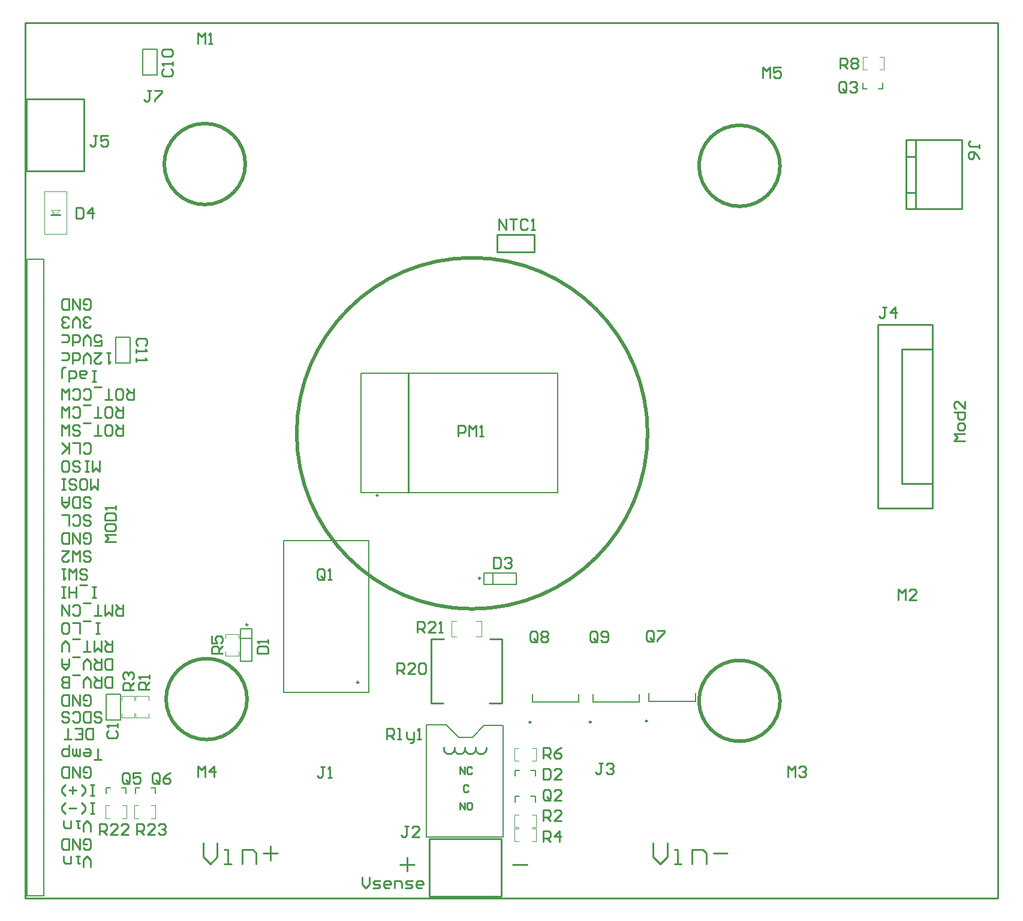
<source format=gto>
G04*
G04 #@! TF.GenerationSoftware,Altium Limited,CircuitStudio,1.5.2 (1.5.2.30)*
G04*
G04 Layer_Color=15065295*
%FSLAX44Y44*%
%MOMM*%
G71*
G01*
G75*
%ADD26C,0.2540*%
%ADD27C,0.5000*%
%ADD28C,0.2500*%
%ADD46C,0.2000*%
%ADD47C,0.2032*%
%ADD48C,0.1000*%
%ADD49C,0.1016*%
D26*
X2192698Y1673500D02*
G03*
X2207698Y1673500I7500J-1667D01*
G01*
X2207698D02*
G03*
X2222698Y1673500I7500J-1667D01*
G01*
X2222698D02*
G03*
X2237698Y1673500I7500J-1667D01*
G01*
X2237698D02*
G03*
X2252698Y1673500I7500J-1667D01*
G01*
X2172298Y1463500D02*
X2273898D01*
X2172298D02*
Y1544500D01*
X2273898D01*
Y1463360D02*
Y1544500D01*
X1603500Y2487300D02*
Y2588900D01*
X1684500D01*
Y2487300D02*
Y2588900D01*
X1603360Y2487300D02*
X1684500D01*
X2844750Y2530750D02*
X2924000D01*
Y2433500D02*
Y2530750D01*
X2845250Y2433500D02*
X2924000D01*
X2844750Y2434000D02*
X2845250Y2433500D01*
X2844750Y2434000D02*
Y2530750D01*
X2859000Y2434000D02*
Y2530750D01*
X2844900Y2507400D02*
X2859000D01*
X2844750Y2507250D02*
X2844900Y2507400D01*
X2844850Y2456600D02*
X2859000D01*
X2844750Y2456500D02*
X2844850Y2456600D01*
X2142400Y2033280D02*
Y2202190D01*
X2268000Y2373250D02*
X2320500D01*
X2268000D02*
Y2397750D01*
X2320500D01*
Y2373250D02*
Y2397750D01*
X2112000Y1685750D02*
Y1700985D01*
X2119617D01*
X2122157Y1698446D01*
Y1693367D01*
X2119617Y1690828D01*
X2112000D01*
X2117078D02*
X2122157Y1685750D01*
X2127235D02*
X2132313D01*
X2129774D01*
Y1700985D01*
X2127235D01*
X2139931Y1695907D02*
Y1688289D01*
X2142470Y1685750D01*
X2150087D01*
Y1683211D01*
X2147548Y1680672D01*
X2145009D01*
X2150087Y1685750D02*
Y1695907D01*
X2155166Y1685750D02*
X2160244D01*
X2157705D01*
Y1700985D01*
X2155166Y1698446D01*
X1759000Y1551000D02*
Y1566235D01*
X1766617D01*
X1769157Y1563696D01*
Y1558617D01*
X1766617Y1556078D01*
X1759000D01*
X1764078D02*
X1769157Y1551000D01*
X1784392D02*
X1774235D01*
X1784392Y1561157D01*
Y1563696D01*
X1781853Y1566235D01*
X1776774D01*
X1774235Y1563696D01*
X1789470D02*
X1792009Y1566235D01*
X1797088D01*
X1799627Y1563696D01*
Y1561157D01*
X1797088Y1558617D01*
X1794548D01*
X1797088D01*
X1799627Y1556078D01*
Y1553539D01*
X1797088Y1551000D01*
X1792009D01*
X1789470Y1553539D01*
X1706500Y1551000D02*
Y1566235D01*
X1714117D01*
X1716657Y1563696D01*
Y1558617D01*
X1714117Y1556078D01*
X1706500D01*
X1711578D02*
X1716657Y1551000D01*
X1731892D02*
X1721735D01*
X1731892Y1561157D01*
Y1563696D01*
X1729353Y1566235D01*
X1724274D01*
X1721735Y1563696D01*
X1747127Y1551000D02*
X1736970D01*
X1747127Y1561157D01*
Y1563696D01*
X1744588Y1566235D01*
X1739509D01*
X1736970Y1563696D01*
X2155000Y1836000D02*
Y1851235D01*
X2162617D01*
X2165157Y1848696D01*
Y1843617D01*
X2162617Y1841078D01*
X2155000D01*
X2160078D02*
X2165157Y1836000D01*
X2180392D02*
X2170235D01*
X2180392Y1846157D01*
Y1848696D01*
X2177852Y1851235D01*
X2172774D01*
X2170235Y1848696D01*
X2185470Y1836000D02*
X2190548D01*
X2188009D01*
Y1851235D01*
X2185470Y1848696D01*
X2126500Y1777500D02*
Y1792735D01*
X2134117D01*
X2136657Y1790196D01*
Y1785117D01*
X2134117Y1782578D01*
X2126500D01*
X2131578D02*
X2136657Y1777500D01*
X2151892D02*
X2141735D01*
X2151892Y1787657D01*
Y1790196D01*
X2149353Y1792735D01*
X2144274D01*
X2141735Y1790196D01*
X2156970D02*
X2159509Y1792735D01*
X2164588D01*
X2167127Y1790196D01*
Y1780039D01*
X2164588Y1777500D01*
X2159509D01*
X2156970Y1780039D01*
Y1790196D01*
X2332861Y1658250D02*
Y1673485D01*
X2340479D01*
X2343018Y1670946D01*
Y1665867D01*
X2340479Y1663328D01*
X2332861D01*
X2337939D02*
X2343018Y1658250D01*
X2358253Y1673485D02*
X2353174Y1670946D01*
X2348096Y1665867D01*
Y1660789D01*
X2350635Y1658250D01*
X2355714D01*
X2358253Y1660789D01*
Y1663328D01*
X2355714Y1665867D01*
X2348096D01*
X1880000Y1806000D02*
X1864765D01*
Y1813617D01*
X1867304Y1816157D01*
X1872382D01*
X1874922Y1813617D01*
Y1806000D01*
Y1811078D02*
X1880000Y1816157D01*
X1864765Y1831392D02*
Y1821235D01*
X1872382D01*
X1869843Y1826313D01*
Y1828853D01*
X1872382Y1831392D01*
X1877461D01*
X1880000Y1828853D01*
Y1823774D01*
X1877461Y1821235D01*
X2332861Y1540500D02*
Y1555735D01*
X2340479D01*
X2343018Y1553196D01*
Y1548117D01*
X2340479Y1545578D01*
X2332861D01*
X2337939D02*
X2343018Y1540500D01*
X2355714D02*
Y1555735D01*
X2348096Y1548117D01*
X2358253D01*
X1754500Y1755000D02*
X1739265D01*
Y1762617D01*
X1741804Y1765157D01*
X1746882D01*
X1749422Y1762617D01*
Y1755000D01*
Y1760078D02*
X1754500Y1765157D01*
X1741804Y1770235D02*
X1739265Y1772774D01*
Y1777852D01*
X1741804Y1780392D01*
X1744343D01*
X1746882Y1777852D01*
Y1775313D01*
Y1777852D01*
X1749422Y1780392D01*
X1751961D01*
X1754500Y1777852D01*
Y1772774D01*
X1751961Y1770235D01*
X2332861Y1569937D02*
Y1585172D01*
X2340479D01*
X2343018Y1582633D01*
Y1577555D01*
X2340479Y1575016D01*
X2332861D01*
X2337939D02*
X2343018Y1569937D01*
X2358253D02*
X2348096D01*
X2358253Y1580094D01*
Y1582633D01*
X2355714Y1585172D01*
X2350635D01*
X2348096Y1582633D01*
X1776500Y1756000D02*
X1761265D01*
Y1763617D01*
X1763804Y1766157D01*
X1768882D01*
X1771422Y1763617D01*
Y1756000D01*
Y1761078D02*
X1776500Y1766157D01*
Y1771235D02*
Y1776313D01*
Y1773774D01*
X1761265D01*
X1763804Y1771235D01*
X2409200Y1824736D02*
Y1834893D01*
X2406661Y1837432D01*
X2401583D01*
X2399043Y1834893D01*
Y1824736D01*
X2401583Y1822197D01*
X2406661D01*
X2404122Y1827276D02*
X2409200Y1822197D01*
X2406661D02*
X2409200Y1824736D01*
X2414279D02*
X2416818Y1822197D01*
X2421896D01*
X2424435Y1824736D01*
Y1834893D01*
X2421896Y1837432D01*
X2416818D01*
X2414279Y1834893D01*
Y1832354D01*
X2416818Y1829815D01*
X2424435D01*
X2324200Y1824736D02*
Y1834893D01*
X2321661Y1837432D01*
X2316583D01*
X2314044Y1834893D01*
Y1824736D01*
X2316583Y1822197D01*
X2321661D01*
X2319122Y1827276D02*
X2324200Y1822197D01*
X2321661D02*
X2324200Y1824736D01*
X2329279Y1834893D02*
X2331818Y1837432D01*
X2336896D01*
X2339435Y1834893D01*
Y1832354D01*
X2336896Y1829815D01*
X2339435Y1827276D01*
Y1824736D01*
X2336896Y1822197D01*
X2331818D01*
X2329279Y1824736D01*
Y1827276D01*
X2331818Y1829815D01*
X2329279Y1832354D01*
Y1834893D01*
X2331818Y1829815D02*
X2336896D01*
X2488708Y1826246D02*
Y1836403D01*
X2486169Y1838942D01*
X2481090D01*
X2478551Y1836403D01*
Y1826246D01*
X2481090Y1823707D01*
X2486169D01*
X2483629Y1828785D02*
X2488708Y1823707D01*
X2486169D02*
X2488708Y1826246D01*
X2493786Y1838942D02*
X2503943D01*
Y1836403D01*
X2493786Y1826246D01*
Y1823707D01*
X1791157Y1625289D02*
Y1635446D01*
X1788617Y1637985D01*
X1783539D01*
X1781000Y1635446D01*
Y1625289D01*
X1783539Y1622750D01*
X1788617D01*
X1786078Y1627828D02*
X1791157Y1622750D01*
X1788617D02*
X1791157Y1625289D01*
X1806392Y1637985D02*
X1801313Y1635446D01*
X1796235Y1630367D01*
Y1625289D01*
X1798774Y1622750D01*
X1803853D01*
X1806392Y1625289D01*
Y1627828D01*
X1803853Y1630367D01*
X1796235D01*
X1748407Y1625289D02*
Y1635446D01*
X1745867Y1637985D01*
X1740789D01*
X1738250Y1635446D01*
Y1625289D01*
X1740789Y1622750D01*
X1745867D01*
X1743328Y1627828D02*
X1748407Y1622750D01*
X1745867D02*
X1748407Y1625289D01*
X1763642Y1637985D02*
X1753485D01*
Y1630367D01*
X1758563Y1632907D01*
X1761102D01*
X1763642Y1630367D01*
Y1625289D01*
X1761102Y1622750D01*
X1756024D01*
X1753485Y1625289D01*
X2343018Y1601914D02*
Y1612071D01*
X2340479Y1614610D01*
X2335400D01*
X2332861Y1612071D01*
Y1601914D01*
X2335400Y1599375D01*
X2340479D01*
X2337939Y1604453D02*
X2343018Y1599375D01*
X2340479D02*
X2343018Y1601914D01*
X2358253Y1599375D02*
X2348096D01*
X2358253Y1609532D01*
Y1612071D01*
X2355714Y1614610D01*
X2350635D01*
X2348096Y1612071D01*
X2024157Y1913289D02*
Y1923446D01*
X2021617Y1925985D01*
X2016539D01*
X2014000Y1923446D01*
Y1913289D01*
X2016539Y1910750D01*
X2021617D01*
X2019078Y1915828D02*
X2024157Y1910750D01*
X2021617D02*
X2024157Y1913289D01*
X2029235Y1910750D02*
X2034313D01*
X2031774D01*
Y1925985D01*
X2029235Y1923446D01*
X2212750Y2113250D02*
Y2128485D01*
X2220367D01*
X2222907Y2125946D01*
Y2120867D01*
X2220367Y2118328D01*
X2212750D01*
X2227985Y2113250D02*
Y2128485D01*
X2233063Y2123407D01*
X2238142Y2128485D01*
Y2113250D01*
X2243220D02*
X2248298D01*
X2245759D01*
Y2128485D01*
X2243220Y2125946D01*
X2270000Y2403750D02*
Y2418985D01*
X2280157Y2403750D01*
Y2418985D01*
X2285235D02*
X2295392D01*
X2290313D01*
Y2403750D01*
X2310627Y2416446D02*
X2308088Y2418985D01*
X2303009D01*
X2300470Y2416446D01*
Y2406289D01*
X2303009Y2403750D01*
X2308088D01*
X2310627Y2406289D01*
X2315705Y2403750D02*
X2320783D01*
X2318244D01*
Y2418985D01*
X2315705Y2416446D01*
X1729250Y1964000D02*
X1714015D01*
X1719093Y1969078D01*
X1714015Y1974157D01*
X1729250D01*
X1714015Y1986853D02*
Y1981774D01*
X1716554Y1979235D01*
X1726711D01*
X1729250Y1981774D01*
Y1986853D01*
X1726711Y1989392D01*
X1716554D01*
X1714015Y1986853D01*
Y1994470D02*
X1729250D01*
Y2002088D01*
X1726711Y2004627D01*
X1716554D01*
X1714015Y2002088D01*
Y1994470D01*
X1729250Y2009705D02*
Y2014783D01*
Y2012244D01*
X1714015D01*
X1716554Y2009705D01*
X2642500Y2618250D02*
Y2633485D01*
X2647578Y2628407D01*
X2652657Y2633485D01*
Y2618250D01*
X2667892Y2633485D02*
X2657735D01*
Y2625867D01*
X2662813Y2628407D01*
X2665352D01*
X2667892Y2625867D01*
Y2620789D01*
X2665352Y2618250D01*
X2660274D01*
X2657735Y2620789D01*
X1845639Y1632021D02*
Y1647256D01*
X1850717Y1642178D01*
X1855796Y1647256D01*
Y1632021D01*
X1868492D02*
Y1647256D01*
X1860874Y1639639D01*
X1871031D01*
X2678139Y1632021D02*
Y1647256D01*
X2683217Y1642178D01*
X2688296Y1647256D01*
Y1632021D01*
X2693374Y1644717D02*
X2695913Y1647256D01*
X2700992D01*
X2703531Y1644717D01*
Y1642178D01*
X2700992Y1639639D01*
X2698452D01*
X2700992D01*
X2703531Y1637099D01*
Y1634560D01*
X2700992Y1632021D01*
X2695913D01*
X2693374Y1634560D01*
X2834250Y1881500D02*
Y1896735D01*
X2839328Y1891657D01*
X2844407Y1896735D01*
Y1881500D01*
X2859642D02*
X2849485D01*
X2859642Y1891657D01*
Y1894196D01*
X2857102Y1896735D01*
X2852024D01*
X2849485Y1894196D01*
X1845639Y2667021D02*
Y2682256D01*
X1850717Y2677178D01*
X1855796Y2682256D01*
Y2667021D01*
X1860874D02*
X1865952D01*
X1863413D01*
Y2682256D01*
X1860874Y2679717D01*
X1778907Y2600985D02*
X1773828D01*
X1776367D01*
Y2588289D01*
X1773828Y2585750D01*
X1771289D01*
X1768750Y2588289D01*
X1783985Y2600985D02*
X1794142D01*
Y2598446D01*
X1783985Y2588289D01*
Y2585750D01*
X2948202Y2519214D02*
Y2524293D01*
Y2521754D01*
X2935506D01*
X2932967Y2524293D01*
Y2526832D01*
X2935506Y2529371D01*
X2948202Y2503979D02*
X2945663Y2509058D01*
X2940584Y2514136D01*
X2935506D01*
X2932967Y2511597D01*
Y2506518D01*
X2935506Y2503979D01*
X2938045D01*
X2940584Y2506518D01*
Y2514136D01*
X1703157Y2537485D02*
X1698078D01*
X1700617D01*
Y2524789D01*
X1698078Y2522250D01*
X1695539D01*
X1693000Y2524789D01*
X1718392Y2537485D02*
X1708235D01*
Y2529867D01*
X1713313Y2532407D01*
X1715853D01*
X1718392Y2529867D01*
Y2524789D01*
X1715853Y2522250D01*
X1710774D01*
X1708235Y2524789D01*
X2416907Y1651735D02*
X2411828D01*
X2414367D01*
Y1639039D01*
X2411828Y1636500D01*
X2409289D01*
X2406750Y1639039D01*
X2421985Y1649196D02*
X2424524Y1651735D01*
X2429603D01*
X2432142Y1649196D01*
Y1646657D01*
X2429603Y1644117D01*
X2427063D01*
X2429603D01*
X2432142Y1641578D01*
Y1639039D01*
X2429603Y1636500D01*
X2424524D01*
X2421985Y1639039D01*
X2142407Y1562485D02*
X2137328D01*
X2139867D01*
Y1549789D01*
X2137328Y1547250D01*
X2134789D01*
X2132250Y1549789D01*
X2157642Y1547250D02*
X2147485D01*
X2157642Y1557407D01*
Y1559946D01*
X2155103Y1562485D01*
X2150024D01*
X2147485Y1559946D01*
X2023657Y1646485D02*
X2018578D01*
X2021117D01*
Y1633789D01*
X2018578Y1631250D01*
X2016039D01*
X2013500Y1633789D01*
X2028735Y1631250D02*
X2033813D01*
X2031274D01*
Y1646485D01*
X2028735Y1643946D01*
X2263000Y1942235D02*
Y1927000D01*
X2270617D01*
X2273157Y1929539D01*
Y1939696D01*
X2270617Y1942235D01*
X2263000D01*
X2278235Y1939696D02*
X2280774Y1942235D01*
X2285853D01*
X2288392Y1939696D01*
Y1937157D01*
X2285853Y1934617D01*
X2283313D01*
X2285853D01*
X2288392Y1932078D01*
Y1929539D01*
X2285853Y1927000D01*
X2280774D01*
X2278235Y1929539D01*
X2332861Y1644047D02*
Y1628812D01*
X2340479D01*
X2343018Y1631351D01*
Y1641508D01*
X2340479Y1644047D01*
X2332861D01*
X2358253Y1628812D02*
X2348096D01*
X2358253Y1638969D01*
Y1641508D01*
X2355714Y1644047D01*
X2350635D01*
X2348096Y1641508D01*
X1928765Y1806000D02*
X1944000D01*
Y1813617D01*
X1941461Y1816157D01*
X1931304D01*
X1928765Y1813617D01*
Y1806000D01*
X1944000Y1821235D02*
Y1826313D01*
Y1823774D01*
X1928765D01*
X1931304Y1821235D01*
X1719304Y1696907D02*
X1716765Y1694367D01*
Y1689289D01*
X1719304Y1686750D01*
X1729461D01*
X1732000Y1689289D01*
Y1694367D01*
X1729461Y1696907D01*
X1732000Y1701985D02*
Y1707063D01*
Y1704524D01*
X1716765D01*
X1719304Y1701985D01*
X1796804Y2631407D02*
X1794265Y2628867D01*
Y2623789D01*
X1796804Y2621250D01*
X1806961D01*
X1809500Y2623789D01*
Y2628867D01*
X1806961Y2631407D01*
X1809500Y2636485D02*
Y2641563D01*
Y2639024D01*
X1794265D01*
X1796804Y2636485D01*
Y2649181D02*
X1794265Y2651720D01*
Y2656798D01*
X1796804Y2659337D01*
X1806961D01*
X1809500Y2656798D01*
Y2651720D01*
X1806961Y2649181D01*
X1796804D01*
X1771115Y2240726D02*
X1773654Y2243265D01*
Y2248344D01*
X1771115Y2250883D01*
X1760958D01*
X1758419Y2248344D01*
Y2243265D01*
X1760958Y2240726D01*
X1758419Y2235648D02*
Y2230569D01*
Y2233109D01*
X1773654D01*
X1771115Y2235648D01*
X1758419Y2222952D02*
Y2217874D01*
Y2220413D01*
X1773654D01*
X1771115Y2222952D01*
X2817178Y2294538D02*
X2812099D01*
X2814638D01*
Y2281842D01*
X2812099Y2279303D01*
X2809560D01*
X2807021Y2281842D01*
X2829874Y2279303D02*
Y2294538D01*
X2822256Y2286920D01*
X2832413D01*
X2760406Y2600289D02*
Y2610446D01*
X2757867Y2612985D01*
X2752789D01*
X2750250Y2610446D01*
Y2600289D01*
X2752789Y2597750D01*
X2757867D01*
X2755328Y2602828D02*
X2760406Y2597750D01*
X2757867D02*
X2760406Y2600289D01*
X2765485Y2610446D02*
X2768024Y2612985D01*
X2773102D01*
X2775642Y2610446D01*
Y2607906D01*
X2773102Y2605367D01*
X2770563D01*
X2773102D01*
X2775642Y2602828D01*
Y2600289D01*
X2773102Y2597750D01*
X2768024D01*
X2765485Y2600289D01*
X2751750Y2631500D02*
Y2646735D01*
X2759367D01*
X2761907Y2644196D01*
Y2639117D01*
X2759367Y2636578D01*
X2751750D01*
X2756828D02*
X2761907Y2631500D01*
X2766985Y2644196D02*
X2769524Y2646735D01*
X2774602D01*
X2777142Y2644196D01*
Y2641656D01*
X2774602Y2639117D01*
X2777142Y2636578D01*
Y2634039D01*
X2774602Y2631500D01*
X2769524D01*
X2766985Y2634039D01*
Y2636578D01*
X2769524Y2639117D01*
X2766985Y2641656D01*
Y2644196D01*
X2769524Y2639117D02*
X2774602D01*
X2928000Y2106500D02*
X2912765D01*
X2917843Y2111578D01*
X2912765Y2116656D01*
X2928000D01*
Y2124274D02*
Y2129352D01*
X2925461Y2131891D01*
X2920382D01*
X2917843Y2129352D01*
Y2124274D01*
X2920382Y2121735D01*
X2925461D01*
X2928000Y2124274D01*
X2912765Y2147127D02*
X2928000D01*
Y2139509D01*
X2925461Y2136970D01*
X2920382D01*
X2917843Y2139509D01*
Y2147127D01*
X2928000Y2162362D02*
Y2152205D01*
X2917843Y2162362D01*
X2915304D01*
X2912765Y2159823D01*
Y2154744D01*
X2915304Y2152205D01*
X1673750Y2435235D02*
Y2420000D01*
X1681367D01*
X1683907Y2422539D01*
Y2432696D01*
X1681367Y2435235D01*
X1673750D01*
X1696602Y2420000D02*
Y2435235D01*
X1688985Y2427617D01*
X1699142D01*
X1699078Y2241026D02*
X1709235D01*
Y2248644D01*
X1704157Y2246105D01*
X1701618D01*
X1699078Y2248644D01*
Y2253722D01*
X1701618Y2256261D01*
X1706696D01*
X1709235Y2253722D01*
X1694000Y2241026D02*
Y2251183D01*
X1688922Y2256261D01*
X1683843Y2251183D01*
Y2241026D01*
X1668608D02*
Y2256261D01*
X1676226D01*
X1678765Y2253722D01*
Y2248644D01*
X1676226Y2246105D01*
X1668608D01*
X1653373D02*
X1660991D01*
X1663530Y2248644D01*
Y2253722D01*
X1660991Y2256261D01*
X1653373D01*
X1754940Y2180003D02*
Y2164768D01*
X1747323D01*
X1744784Y2167307D01*
Y2172386D01*
X1747323Y2174925D01*
X1754940D01*
X1749862D02*
X1744784Y2180003D01*
X1732088Y2164768D02*
X1737166D01*
X1739705Y2167307D01*
Y2177464D01*
X1737166Y2180003D01*
X1732088D01*
X1729548Y2177464D01*
Y2167307D01*
X1732088Y2164768D01*
X1724470D02*
X1714313D01*
X1719392D01*
Y2180003D01*
X1709235Y2182542D02*
X1699078D01*
X1683843Y2167307D02*
X1686382Y2164768D01*
X1691461D01*
X1694000Y2167307D01*
Y2177464D01*
X1691461Y2180003D01*
X1686382D01*
X1683843Y2177464D01*
X1668608Y2167307D02*
X1671147Y2164768D01*
X1676226D01*
X1678765Y2167307D01*
Y2177464D01*
X1676226Y2180003D01*
X1671147D01*
X1668608Y2177464D01*
X1663530Y2164768D02*
Y2180003D01*
X1658452Y2174925D01*
X1653373Y2180003D01*
Y2164768D01*
X1739705Y2154584D02*
Y2139349D01*
X1732088D01*
X1729548Y2141888D01*
Y2146966D01*
X1732088Y2149505D01*
X1739705D01*
X1734627D02*
X1729548Y2154584D01*
X1716853Y2139349D02*
X1721931D01*
X1724470Y2141888D01*
Y2152045D01*
X1721931Y2154584D01*
X1716853D01*
X1714313Y2152045D01*
Y2141888D01*
X1716853Y2139349D01*
X1709235D02*
X1699078D01*
X1704157D01*
Y2154584D01*
X1694000Y2157123D02*
X1683843D01*
X1668608Y2141888D02*
X1671147Y2139349D01*
X1676226D01*
X1678765Y2141888D01*
Y2152045D01*
X1676226Y2154584D01*
X1671147D01*
X1668608Y2152045D01*
X1663530Y2139349D02*
Y2154584D01*
X1658452Y2149505D01*
X1653373Y2154584D01*
Y2139349D01*
X1739705Y2129164D02*
Y2113929D01*
X1732088D01*
X1729548Y2116469D01*
Y2121547D01*
X1732088Y2124086D01*
X1739705D01*
X1734627D02*
X1729548Y2129164D01*
X1716853Y2113929D02*
X1721931D01*
X1724470Y2116469D01*
Y2126625D01*
X1721931Y2129164D01*
X1716853D01*
X1714314Y2126625D01*
Y2116469D01*
X1716853Y2113929D01*
X1709235D02*
X1699078D01*
X1704157D01*
Y2129164D01*
X1694000Y2131704D02*
X1683843D01*
X1668608Y2116469D02*
X1671147Y2113929D01*
X1676226D01*
X1678765Y2116469D01*
Y2119008D01*
X1676226Y2121547D01*
X1671147D01*
X1668608Y2124086D01*
Y2126625D01*
X1671147Y2129164D01*
X1676226D01*
X1678765Y2126625D01*
X1663530Y2113929D02*
Y2129164D01*
X1658452Y2124086D01*
X1653373Y2129164D01*
Y2113929D01*
X1683843Y2091049D02*
X1686382Y2088510D01*
X1691461D01*
X1694000Y2091049D01*
Y2101206D01*
X1691461Y2103745D01*
X1686382D01*
X1683843Y2101206D01*
X1678765Y2088510D02*
Y2103745D01*
X1668608D01*
X1663530Y2088510D02*
Y2103745D01*
Y2098667D01*
X1653373Y2088510D01*
X1660991Y2096128D01*
X1653373Y2103745D01*
X1706696Y2078326D02*
Y2063091D01*
X1701618Y2068169D01*
X1696539Y2063091D01*
Y2078326D01*
X1691461Y2063091D02*
X1686382D01*
X1688922D01*
Y2078326D01*
X1691461D01*
X1686382D01*
X1668608Y2065630D02*
X1671147Y2063091D01*
X1676226D01*
X1678765Y2065630D01*
Y2068169D01*
X1676226Y2070708D01*
X1671147D01*
X1668608Y2073247D01*
Y2075787D01*
X1671147Y2078326D01*
X1676226D01*
X1678765Y2075787D01*
X1655912Y2063091D02*
X1660991D01*
X1663530Y2065630D01*
Y2075787D01*
X1660991Y2078326D01*
X1655912D01*
X1653373Y2075787D01*
Y2065630D01*
X1655912Y2063091D01*
X1683843Y1963952D02*
X1686382Y1961413D01*
X1691461D01*
X1694000Y1963952D01*
Y1974109D01*
X1691461Y1976648D01*
X1686382D01*
X1683843Y1974109D01*
Y1969031D01*
X1688922D01*
X1678765Y1976648D02*
Y1961413D01*
X1668608Y1976648D01*
Y1961413D01*
X1663530D02*
Y1976648D01*
X1655912D01*
X1653373Y1974109D01*
Y1963952D01*
X1655912Y1961413D01*
X1663530D01*
X1683843Y1938533D02*
X1686382Y1935994D01*
X1691461D01*
X1694000Y1938533D01*
Y1941072D01*
X1691461Y1943611D01*
X1686382D01*
X1683843Y1946151D01*
Y1948690D01*
X1686382Y1951229D01*
X1691461D01*
X1694000Y1948690D01*
X1678765Y1935994D02*
Y1951229D01*
X1673687Y1946151D01*
X1668608Y1951229D01*
Y1935994D01*
X1653373Y1951229D02*
X1663530D01*
X1653373Y1941072D01*
Y1938533D01*
X1655912Y1935994D01*
X1660991D01*
X1663530Y1938533D01*
X1678765Y1913114D02*
X1681304Y1910575D01*
X1686382D01*
X1688922Y1913114D01*
Y1915653D01*
X1686382Y1918192D01*
X1681304D01*
X1678765Y1920731D01*
Y1923270D01*
X1681304Y1925810D01*
X1686382D01*
X1688922Y1923270D01*
X1673687Y1910575D02*
Y1925810D01*
X1668608Y1920731D01*
X1663530Y1925810D01*
Y1910575D01*
X1658452Y1925810D02*
X1653373D01*
X1655912D01*
Y1910575D01*
X1658452Y1913114D01*
X1699093Y1711554D02*
X1701632Y1709015D01*
X1706711D01*
X1709250Y1711554D01*
Y1714093D01*
X1706711Y1716632D01*
X1701632D01*
X1699093Y1719171D01*
Y1721711D01*
X1701632Y1724250D01*
X1706711D01*
X1709250Y1721711D01*
X1694015Y1709015D02*
Y1724250D01*
X1686397D01*
X1683858Y1721711D01*
Y1711554D01*
X1686397Y1709015D01*
X1694015D01*
X1668623Y1711554D02*
X1671162Y1709015D01*
X1676241D01*
X1678780Y1711554D01*
Y1721711D01*
X1676241Y1724250D01*
X1671162D01*
X1668623Y1721711D01*
X1653388Y1711554D02*
X1655927Y1709015D01*
X1661006D01*
X1663545Y1711554D01*
Y1714093D01*
X1661006Y1716632D01*
X1655927D01*
X1653388Y1719171D01*
Y1721711D01*
X1655927Y1724250D01*
X1661006D01*
X1663545Y1721711D01*
X1697250Y1685015D02*
Y1700250D01*
X1689632D01*
X1687093Y1697711D01*
Y1687554D01*
X1689632Y1685015D01*
X1697250D01*
X1671858D02*
X1682015D01*
Y1700250D01*
X1671858D01*
X1682015Y1692632D02*
X1676936D01*
X1666780Y1685015D02*
X1656623D01*
X1661701D01*
Y1700250D01*
X1693500Y1504765D02*
Y1514922D01*
X1688421Y1520000D01*
X1683343Y1514922D01*
Y1504765D01*
X1678265Y1520000D02*
X1673186D01*
X1675726D01*
Y1509843D01*
X1678265D01*
X1665569Y1520000D02*
Y1509843D01*
X1657951D01*
X1655412Y1512382D01*
Y1520000D01*
X1693750Y1554765D02*
Y1564922D01*
X1688672Y1570000D01*
X1683593Y1564922D01*
Y1554765D01*
X1678515Y1570000D02*
X1673436D01*
X1675976D01*
Y1559843D01*
X1678515D01*
X1665819Y1570000D02*
Y1559843D01*
X1658201D01*
X1655662Y1562382D01*
Y1570000D01*
X1683843Y1531823D02*
X1686382Y1529284D01*
X1691461D01*
X1694000Y1531823D01*
Y1541980D01*
X1691461Y1544519D01*
X1686382D01*
X1683843Y1541980D01*
Y1536902D01*
X1688922D01*
X1678765Y1544519D02*
Y1529284D01*
X1668608Y1544519D01*
Y1529284D01*
X1663530D02*
Y1544519D01*
X1655912D01*
X1653373Y1541980D01*
Y1531823D01*
X1655912Y1529284D01*
X1663530D01*
X1683843Y1735178D02*
X1686382Y1732639D01*
X1691461D01*
X1694000Y1735178D01*
Y1745335D01*
X1691461Y1747874D01*
X1686382D01*
X1683843Y1745335D01*
Y1740257D01*
X1688922D01*
X1678765Y1747874D02*
Y1732639D01*
X1668608Y1747874D01*
Y1732639D01*
X1663530D02*
Y1747874D01*
X1655912D01*
X1653373Y1745335D01*
Y1735178D01*
X1655912Y1732639D01*
X1663530D01*
X1699078Y1580123D02*
X1694000D01*
X1696539D01*
Y1595358D01*
X1699078D01*
X1694000D01*
X1681304D02*
X1686382Y1590280D01*
Y1585201D01*
X1681304Y1580123D01*
X1673687Y1587740D02*
X1663530D01*
X1658452Y1595358D02*
X1653373Y1590280D01*
Y1585201D01*
X1658452Y1580123D01*
X1699078Y1605542D02*
X1694000D01*
X1696539D01*
Y1620777D01*
X1699078D01*
X1694000D01*
X1681304D02*
X1686382Y1615699D01*
Y1610621D01*
X1681304Y1605542D01*
X1673687Y1613160D02*
X1663530D01*
X1668608Y1608082D02*
Y1618238D01*
X1658452Y1620777D02*
X1653373Y1615699D01*
Y1610621D01*
X1658452Y1605542D01*
X1683843Y1633501D02*
X1686382Y1630962D01*
X1691461D01*
X1694000Y1633501D01*
Y1643658D01*
X1691461Y1646197D01*
X1686382D01*
X1683843Y1643658D01*
Y1638579D01*
X1688922D01*
X1678765Y1646197D02*
Y1630962D01*
X1668608Y1646197D01*
Y1630962D01*
X1663530D02*
Y1646197D01*
X1655912D01*
X1653373Y1643658D01*
Y1633501D01*
X1655912Y1630962D01*
X1663530D01*
X1724470Y1783478D02*
Y1798713D01*
X1716853D01*
X1714314Y1796174D01*
Y1786017D01*
X1716853Y1783478D01*
X1724470D01*
X1709235Y1798713D02*
Y1783478D01*
X1701618D01*
X1699078Y1786017D01*
Y1791095D01*
X1701618Y1793634D01*
X1709235D01*
X1704157D02*
X1699078Y1798713D01*
X1694000Y1783478D02*
Y1793634D01*
X1688922Y1798713D01*
X1683843Y1793634D01*
Y1783478D01*
X1678765Y1801252D02*
X1668608D01*
X1663530Y1798713D02*
Y1788556D01*
X1658452Y1783478D01*
X1653373Y1788556D01*
Y1798713D01*
Y1791095D01*
X1663530D01*
X1724470Y1758058D02*
Y1773293D01*
X1716853D01*
X1714314Y1770754D01*
Y1760598D01*
X1716853Y1758058D01*
X1724470D01*
X1709235Y1773293D02*
Y1758058D01*
X1701618D01*
X1699078Y1760598D01*
Y1765676D01*
X1701618Y1768215D01*
X1709235D01*
X1704157D02*
X1699078Y1773293D01*
X1694000Y1758058D02*
Y1768215D01*
X1688922Y1773293D01*
X1683843Y1768215D01*
Y1758058D01*
X1678765Y1775833D02*
X1668608D01*
X1663530Y1758058D02*
Y1773293D01*
X1655912D01*
X1653373Y1770754D01*
Y1768215D01*
X1655912Y1765676D01*
X1663530D01*
X1655912D01*
X1653373Y1763137D01*
Y1760598D01*
X1655912Y1758058D01*
X1663530D01*
X1724470Y1824132D02*
Y1808897D01*
X1716853D01*
X1714313Y1811436D01*
Y1816515D01*
X1716853Y1819054D01*
X1724470D01*
X1719392D02*
X1714313Y1824132D01*
X1709235D02*
Y1808897D01*
X1704157Y1813976D01*
X1699078Y1808897D01*
Y1824132D01*
X1694000Y1808897D02*
X1683843D01*
X1688922D01*
Y1824132D01*
X1678765Y1826671D02*
X1668608D01*
X1663530Y1808897D02*
Y1819054D01*
X1658452Y1824132D01*
X1653373Y1819054D01*
Y1808897D01*
X1709235Y1656381D02*
X1699078D01*
X1704157D01*
Y1671616D01*
X1686382D02*
X1691461D01*
X1694000Y1669077D01*
Y1663999D01*
X1691461Y1661459D01*
X1686382D01*
X1683843Y1663999D01*
Y1666538D01*
X1694000D01*
X1678765Y1671616D02*
Y1661459D01*
X1676226D01*
X1673687Y1663999D01*
Y1671616D01*
Y1663999D01*
X1671147Y1661459D01*
X1668608Y1663999D01*
Y1671616D01*
X1663530Y1676694D02*
Y1661459D01*
X1655912D01*
X1653373Y1663999D01*
Y1669077D01*
X1655912Y1671616D01*
X1663530D01*
X1701618Y1885155D02*
X1696539D01*
X1699078D01*
Y1900390D01*
X1701618D01*
X1696539D01*
X1688922Y1902930D02*
X1678765D01*
X1673687Y1885155D02*
Y1900390D01*
Y1892773D01*
X1663530D01*
Y1885155D01*
Y1900390D01*
X1658452Y1885155D02*
X1653373D01*
X1655912D01*
Y1900390D01*
X1658452D01*
X1653373D01*
X1739705Y1874971D02*
Y1859736D01*
X1732088D01*
X1729548Y1862275D01*
Y1867353D01*
X1732088Y1869893D01*
X1739705D01*
X1734627D02*
X1729548Y1874971D01*
X1724470D02*
Y1859736D01*
X1719392Y1864814D01*
X1714313Y1859736D01*
Y1874971D01*
X1709235Y1859736D02*
X1699078D01*
X1704157D01*
Y1874971D01*
X1694000Y1877510D02*
X1683843D01*
X1668608Y1862275D02*
X1671147Y1859736D01*
X1676226D01*
X1678765Y1862275D01*
Y1872432D01*
X1676226Y1874971D01*
X1671147D01*
X1668608Y1872432D01*
X1663530Y1874971D02*
Y1859736D01*
X1653373Y1874971D01*
Y1859736D01*
X1706696Y1834317D02*
X1701618D01*
X1704157D01*
Y1849552D01*
X1706696D01*
X1701618D01*
X1694000Y1852091D02*
X1683843D01*
X1678765Y1834317D02*
Y1849552D01*
X1668608D01*
X1655912Y1834317D02*
X1660991D01*
X1663530Y1836856D01*
Y1847012D01*
X1660991Y1849552D01*
X1655912D01*
X1653373Y1847012D01*
Y1836856D01*
X1655912Y1834317D01*
X1683843Y1989372D02*
X1686382Y1986833D01*
X1691461D01*
X1694000Y1989372D01*
Y1991911D01*
X1691461Y1994450D01*
X1686382D01*
X1683843Y1996989D01*
Y1999529D01*
X1686382Y2002068D01*
X1691461D01*
X1694000Y1999529D01*
X1668608Y1989372D02*
X1671147Y1986833D01*
X1676226D01*
X1678765Y1989372D01*
Y1999529D01*
X1676226Y2002068D01*
X1671147D01*
X1668608Y1999529D01*
X1663530Y1986833D02*
Y2002068D01*
X1653373D01*
X1683843Y2014791D02*
X1686382Y2012252D01*
X1691461D01*
X1694000Y2014791D01*
Y2017330D01*
X1691461Y2019870D01*
X1686382D01*
X1683843Y2022409D01*
Y2024948D01*
X1686382Y2027487D01*
X1691461D01*
X1694000Y2024948D01*
X1678765Y2012252D02*
Y2027487D01*
X1671147D01*
X1668608Y2024948D01*
Y2014791D01*
X1671147Y2012252D01*
X1678765D01*
X1663530Y2027487D02*
Y2017330D01*
X1658452Y2012252D01*
X1653373Y2017330D01*
Y2027487D01*
Y2019870D01*
X1663530D01*
X1704157Y2052906D02*
Y2037671D01*
X1699078Y2042750D01*
X1694000Y2037671D01*
Y2052906D01*
X1681304Y2037671D02*
X1686382D01*
X1688922Y2040211D01*
Y2050367D01*
X1686382Y2052906D01*
X1681304D01*
X1678765Y2050367D01*
Y2040211D01*
X1681304Y2037671D01*
X1663530Y2040211D02*
X1666069Y2037671D01*
X1671147D01*
X1673687Y2040211D01*
Y2042750D01*
X1671147Y2045289D01*
X1666069D01*
X1663530Y2047828D01*
Y2050367D01*
X1666069Y2052906D01*
X1671147D01*
X1673687Y2050367D01*
X1658452Y2037671D02*
X1653373D01*
X1655912D01*
Y2052906D01*
X1658452D01*
X1653373D01*
X1721931Y2230842D02*
X1716853D01*
X1719392D01*
Y2215607D01*
X1721931Y2218146D01*
X1699078Y2230842D02*
X1709235D01*
X1699078Y2220685D01*
Y2218146D01*
X1701618Y2215607D01*
X1706696D01*
X1709235Y2218146D01*
X1694000Y2215607D02*
Y2225764D01*
X1688922Y2230842D01*
X1683843Y2225764D01*
Y2215607D01*
X1668608D02*
Y2230842D01*
X1676226D01*
X1678765Y2228303D01*
Y2223224D01*
X1676226Y2220685D01*
X1668608D01*
X1653373D02*
X1660991D01*
X1663530Y2223224D01*
Y2228303D01*
X1660991Y2230842D01*
X1653373D01*
X1701617Y2190188D02*
X1696539D01*
X1699078D01*
Y2205423D01*
X1701617D01*
X1696539D01*
X1686382Y2195266D02*
X1681304D01*
X1678765Y2197805D01*
Y2205423D01*
X1686382D01*
X1688922Y2202883D01*
X1686382Y2200344D01*
X1678765D01*
X1663530Y2190188D02*
Y2205423D01*
X1671147D01*
X1673687Y2202883D01*
Y2197805D01*
X1671147Y2195266D01*
X1663530D01*
X1658452Y2210501D02*
X1655912D01*
X1653373Y2207962D01*
Y2195266D01*
X1694000Y2268985D02*
X1691461Y2266445D01*
X1686382D01*
X1683843Y2268985D01*
Y2271524D01*
X1686382Y2274063D01*
X1688922D01*
X1686382D01*
X1683843Y2276602D01*
Y2279141D01*
X1686382Y2281681D01*
X1691461D01*
X1694000Y2279141D01*
X1678765Y2266445D02*
Y2276602D01*
X1673687Y2281681D01*
X1668608Y2276602D01*
Y2266445D01*
X1663530Y2268985D02*
X1660991Y2266445D01*
X1655912D01*
X1653373Y2268985D01*
Y2271524D01*
X1655912Y2274063D01*
X1658452D01*
X1655912D01*
X1653373Y2276602D01*
Y2279141D01*
X1655912Y2281681D01*
X1660991D01*
X1663530Y2279141D01*
X1683843Y2294404D02*
X1686382Y2291865D01*
X1691461D01*
X1694000Y2294404D01*
Y2304561D01*
X1691461Y2307100D01*
X1686382D01*
X1683843Y2304561D01*
Y2299482D01*
X1688922D01*
X1678765Y2307100D02*
Y2291865D01*
X1668608Y2307100D01*
Y2291865D01*
X1663530D02*
Y2307100D01*
X1655912D01*
X1653373Y2304561D01*
Y2294404D01*
X1655912Y2291865D01*
X1663530D01*
X2215198Y1636000D02*
Y1645997D01*
X2221862Y1636000D01*
Y1645997D01*
X2231859Y1644331D02*
X2230193Y1645997D01*
X2226861D01*
X2225195Y1644331D01*
Y1637666D01*
X2226861Y1636000D01*
X2230193D01*
X2231859Y1637666D01*
X2215198Y1586000D02*
Y1595997D01*
X2221862Y1586000D01*
Y1595997D01*
X2230193D02*
X2226861D01*
X2225195Y1594331D01*
Y1587666D01*
X2226861Y1586000D01*
X2230193D01*
X2231859Y1587666D01*
Y1594331D01*
X2230193Y1595997D01*
X2226862Y1619331D02*
X2225196Y1620997D01*
X2221864D01*
X2220198Y1619331D01*
Y1612666D01*
X2221864Y1611000D01*
X2225196D01*
X2226862Y1612666D01*
X1852750Y1539240D02*
Y1519247D01*
X1862747Y1509250D01*
X1872743Y1519247D01*
Y1539240D01*
X1882740Y1509250D02*
X1892737D01*
X1887738D01*
Y1529243D01*
X1882740D01*
X1907732Y1509250D02*
Y1529243D01*
X1922727D01*
X1927726Y1524245D01*
Y1509250D01*
X1937722Y1524245D02*
X1957716D01*
X1947719Y1534242D02*
Y1514248D01*
X2488000Y1539240D02*
Y1519247D01*
X2497997Y1509250D01*
X2507993Y1519247D01*
Y1539240D01*
X2517990Y1509250D02*
X2527987D01*
X2522988D01*
Y1529243D01*
X2517990D01*
X2542982Y1509250D02*
Y1529243D01*
X2557977D01*
X2562975Y1524245D01*
Y1509250D01*
X2572972Y1524245D02*
X2592966D01*
X2077500Y1490735D02*
Y1480578D01*
X2082578Y1475500D01*
X2087657Y1480578D01*
Y1490735D01*
X2092735Y1475500D02*
X2100352D01*
X2102892Y1478039D01*
X2100352Y1480578D01*
X2095274D01*
X2092735Y1483117D01*
X2095274Y1485657D01*
X2102892D01*
X2115587Y1475500D02*
X2110509D01*
X2107970Y1478039D01*
Y1483117D01*
X2110509Y1485657D01*
X2115587D01*
X2118127Y1483117D01*
Y1480578D01*
X2107970D01*
X2123205Y1475500D02*
Y1485657D01*
X2130823D01*
X2133362Y1483117D01*
Y1475500D01*
X2138440D02*
X2146058D01*
X2148597Y1478039D01*
X2146058Y1480578D01*
X2140979D01*
X2138440Y1483117D01*
X2140979Y1485657D01*
X2148597D01*
X2161293Y1475500D02*
X2156214D01*
X2153675Y1478039D01*
Y1483117D01*
X2156214Y1485657D01*
X2161293D01*
X2163832Y1483117D01*
Y1480578D01*
X2153675D01*
X2290000Y1508745D02*
X2309993D01*
X2130750D02*
X2150743D01*
X2140747Y1518742D02*
Y1498748D01*
D27*
X2667173Y2494500D02*
G03*
X2667173Y2494500I-57174J0D01*
G01*
X1912174Y2497000D02*
G03*
X1912174Y2497000I-57174J0D01*
G01*
X2667173Y1739500D02*
G03*
X2667173Y1739500I-57174J0D01*
G01*
X1914674Y1742000D02*
G03*
X1914674Y1742000I-57174J0D01*
G01*
X2480212Y2117000D02*
G03*
X2480212Y2117000I-247712J0D01*
G01*
D28*
X2244000Y1912500D02*
G03*
X2244000Y1912500I-1250J0D01*
G01*
X2479850Y1711000D02*
G03*
X2479850Y1711000I-1250J0D01*
G01*
X2315343Y1709490D02*
G03*
X2315343Y1709490I-1250J0D01*
G01*
X2400343D02*
G03*
X2400343Y1709490I-1250J0D01*
G01*
X1915750Y1847000D02*
G03*
X1915750Y1847000I-1250J0D01*
G01*
X2072250Y1765500D02*
G03*
X2072250Y1765500I-1250J0D01*
G01*
X2099650Y2029600D02*
G03*
X2099650Y2029600I-1250J0D01*
G01*
X2174500Y1826500D02*
X2192500D01*
X2174500Y1736500D02*
Y1826500D01*
Y1736500D02*
X2191500D01*
X2257500Y1826500D02*
X2274500D01*
Y1736500D02*
Y1826500D01*
X2256500Y1736500D02*
X2274500D01*
X2805750Y2011000D02*
X2882500D01*
Y2270500D01*
X2805750D02*
X2882500D01*
X2805750Y2011000D02*
Y2270500D01*
X2839500Y2046000D02*
X2882250D01*
X2839500D02*
Y2236000D01*
X2882250D01*
X1637650Y2425540D02*
X1644000D01*
X1650350D01*
X1601500Y1461000D02*
X2974500Y1461000D01*
Y2696000D01*
X1601500D02*
X2974500D01*
X1601500Y1461000D02*
Y2696000D01*
D46*
X1628000Y1464100D02*
Y2363000D01*
X1604000D02*
X1628000D01*
X1604000Y1464100D02*
Y2363000D01*
Y1464100D02*
X1628000D01*
X2263950Y1903500D02*
X2279550D01*
X2263950Y1919500D02*
X2279550D01*
X2248750D02*
X2263950D01*
X2248750Y1903500D02*
X2263950D01*
X2248750D02*
Y1919500D01*
X2279550D02*
X2294750D01*
Y1903500D02*
Y1919500D01*
X2279550Y1903500D02*
X2294750D01*
X2261750D02*
Y1919500D01*
X2547700Y1739000D02*
Y1750470D01*
X2482300Y1739000D02*
X2547700D01*
X2482300D02*
Y1750470D01*
X2383193Y1737490D02*
Y1748960D01*
X2317793Y1737490D02*
X2383193D01*
X2317793D02*
Y1748960D01*
X2468192Y1737490D02*
Y1748960D01*
X2402793Y1737490D02*
X2468192D01*
X2402793D02*
Y1748960D01*
X2174500Y1806500D02*
Y1826500D01*
X2249448Y1704750D02*
X2276448D01*
X2232948Y1688250D02*
X2249448Y1704750D01*
X2167698Y1705500D02*
X2195948D01*
X2213198Y1688250D01*
X2167698Y1547750D02*
Y1705500D01*
X2213198Y1688250D02*
X2232948D01*
X2276448Y1547750D02*
Y1704750D01*
X2167698Y1547750D02*
X2276448D01*
X1749910Y2216466D02*
Y2252534D01*
X1729590Y2216466D02*
Y2252534D01*
X1749910D01*
X1729590Y2216466D02*
X1749910D01*
X1767340Y2622966D02*
Y2659034D01*
X1787660Y2622966D02*
Y2659034D01*
X1767340Y2622966D02*
X1787660D01*
X1767340Y2659034D02*
X1787660D01*
X1715350Y1748528D02*
X1735670D01*
X1715350Y1712460D02*
X1735670D01*
Y1748528D01*
X1715350Y1712460D02*
Y1748528D01*
X1905500Y1810200D02*
Y1825800D01*
X1921500Y1810200D02*
Y1825800D01*
Y1841000D01*
X1905500Y1825800D02*
Y1841000D01*
X1921500D01*
Y1795000D02*
Y1810200D01*
X1905500Y1795000D02*
X1921500D01*
X1905500D02*
Y1810200D01*
Y1828000D02*
X1921500D01*
X1966500Y1751000D02*
Y1966000D01*
Y1751000D02*
X2086500D01*
Y1966000D01*
X1966500D02*
X2086500D01*
X2353670Y2033280D02*
Y2202190D01*
X2075400Y2033280D02*
Y2202190D01*
X2353670D01*
X2075400Y2033280D02*
X2353670D01*
D47*
X1715424Y1617024D02*
X1721424D01*
X1715424Y1608912D02*
Y1617024D01*
X1737552D02*
X1743648D01*
Y1608912D02*
Y1617024D01*
X1756924D02*
X1762924D01*
X1756924Y1608912D02*
Y1617024D01*
X1779052D02*
X1785148D01*
Y1608912D02*
Y1617024D01*
X2783852Y2603476D02*
Y2611588D01*
Y2603476D02*
X2789948D01*
X2812076D02*
Y2611588D01*
X2806076Y2603476D02*
X2812076D01*
X2293424Y1641524D02*
X2299424D01*
X2293424Y1633412D02*
Y1641524D01*
X2315552D02*
X2321648D01*
Y1633412D02*
Y1641524D01*
X2293424Y1604524D02*
X2299424D01*
X2293424Y1596412D02*
Y1604524D01*
X2315552D02*
X2321648D01*
Y1596412D02*
Y1604524D01*
D48*
X2203500Y1830000D02*
Y1852000D01*
Y1830000D02*
X2210500D01*
X2203500Y1852000D02*
X2210500D01*
X2238500Y1830000D02*
X2245500D01*
X2238500Y1852000D02*
X2245500D01*
Y1830000D02*
Y1852000D01*
X2807993Y2629997D02*
X2813993D01*
Y2647997D01*
X2807993D02*
X2813993D01*
X2783993Y2629997D02*
X2789993D01*
X2783993D02*
Y2647997D01*
X2789993D01*
X1775500Y1740000D02*
Y1746000D01*
X1757500D02*
X1775500D01*
X1757500Y1740000D02*
Y1746000D01*
X1775500Y1716000D02*
Y1722000D01*
X1757500Y1716000D02*
X1775500D01*
X1757500D02*
Y1722000D01*
X2292500Y1579000D02*
X2298500D01*
X2292500Y1561000D02*
Y1579000D01*
Y1561000D02*
X2298500D01*
X2316500Y1579000D02*
X2322500D01*
Y1561000D02*
Y1579000D01*
X2316500Y1561000D02*
X2322500D01*
X1737500Y1716000D02*
Y1722000D01*
Y1716000D02*
X1755500D01*
Y1722000D01*
X1737500Y1740000D02*
Y1746000D01*
X1755500D01*
Y1740000D02*
Y1746000D01*
X2316500Y1541010D02*
X2322500D01*
Y1559010D01*
X2316500D02*
X2322500D01*
X2292500Y1541010D02*
X2298500D01*
X2292500D02*
Y1559010D01*
X2298500D01*
X1902500Y1827250D02*
Y1833250D01*
X1884500D02*
X1902500D01*
X1884500Y1827250D02*
Y1833250D01*
X1902500Y1803250D02*
Y1809250D01*
X1884500Y1803250D02*
X1902500D01*
X1884500D02*
Y1809250D01*
X2316500Y1655000D02*
X2322500D01*
Y1673000D01*
X2316500D02*
X2322500D01*
X2292500Y1655000D02*
X2298500D01*
X2292500D02*
Y1673000D01*
X2298500D01*
X1714500Y1592000D02*
X1720500D01*
X1714500Y1574000D02*
Y1592000D01*
Y1574000D02*
X1720500D01*
X1738500Y1592000D02*
X1744500D01*
Y1574000D02*
Y1592000D01*
X1738500Y1574000D02*
X1744500D01*
X1779500D02*
X1785500D01*
Y1592000D01*
X1779500D02*
X1785500D01*
X1755500Y1574000D02*
X1761500D01*
X1755500D02*
Y1592000D01*
X1761500D01*
D49*
X1637650Y2431890D02*
X1644000D01*
X1637650D02*
X1644000Y2425540D01*
Y2431890D02*
X1650350D01*
X1644000Y2425540D02*
X1650350Y2431890D01*
X1628500Y2458250D02*
X1659750D01*
X1628500Y2398250D02*
Y2458250D01*
Y2398250D02*
X1659750D01*
Y2458250D01*
M02*

</source>
